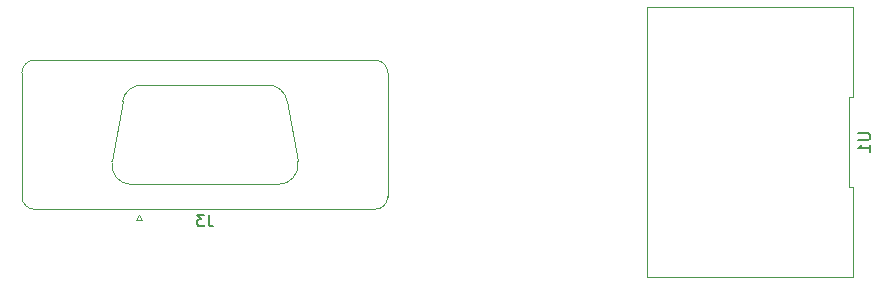
<source format=gbr>
G04 #@! TF.GenerationSoftware,KiCad,Pcbnew,(5.1.5-0)*
G04 #@! TF.CreationDate,2020-12-05T09:23:08-07:00*
G04 #@! TF.ProjectId,back_panel,6261636b-5f70-4616-9e65-6c2e6b696361,rev?*
G04 #@! TF.SameCoordinates,Original*
G04 #@! TF.FileFunction,Legend,Bot*
G04 #@! TF.FilePolarity,Positive*
%FSLAX46Y46*%
G04 Gerber Fmt 4.6, Leading zero omitted, Abs format (unit mm)*
G04 Created by KiCad (PCBNEW (5.1.5-0)) date 2020-12-05 09:23:08*
%MOMM*%
%LPD*%
G04 APERTURE LIST*
%ADD10C,0.120000*%
%ADD11C,0.150000*%
G04 APERTURE END LIST*
D10*
X116673530Y-112841744D02*
X117572798Y-107741744D01*
X132406470Y-112841744D02*
X131507202Y-107741744D01*
X119207579Y-106370000D02*
X129872421Y-106370000D01*
X118308311Y-114790000D02*
X130771689Y-114790000D01*
X119000000Y-117351325D02*
X118750000Y-117784338D01*
X119250000Y-117784338D02*
X119000000Y-117351325D01*
X118750000Y-117784338D02*
X119250000Y-117784338D01*
X109055000Y-105330000D02*
X109055000Y-115830000D01*
X138965000Y-104270000D02*
X110115000Y-104270000D01*
X140025000Y-115830000D02*
X140025000Y-105330000D01*
X110115000Y-116890000D02*
X138965000Y-116890000D01*
X131507202Y-107741744D02*
G75*
G03X129872421Y-106370000I-1634781J-288256D01*
G01*
X117572798Y-107741744D02*
G75*
G02X119207579Y-106370000I1634781J-288256D01*
G01*
X132406470Y-112841744D02*
G75*
G02X130771689Y-114790000I-1634781J-288256D01*
G01*
X116673530Y-112841744D02*
G75*
G03X118308311Y-114790000I1634781J-288256D01*
G01*
X138965000Y-104270000D02*
G75*
G02X140025000Y-105330000I0J-1060000D01*
G01*
X110115000Y-104270000D02*
G75*
G03X109055000Y-105330000I0J-1060000D01*
G01*
X140025000Y-115830000D02*
G75*
G02X138965000Y-116890000I-1060000J0D01*
G01*
X110115000Y-116890000D02*
G75*
G02X109055000Y-115830000I0J1060000D01*
G01*
X179420000Y-114996666D02*
X179420000Y-122590000D01*
X179060000Y-114996666D02*
X179420000Y-114996666D01*
X179060000Y-107403334D02*
X179060000Y-114996666D01*
X179420000Y-107403334D02*
X179060000Y-107403334D01*
X179420000Y-99810000D02*
X179420000Y-107403334D01*
X161980000Y-99810000D02*
X179420000Y-99810000D01*
X161980000Y-122590000D02*
X161980000Y-99810000D01*
X179420000Y-122590000D02*
X161980000Y-122590000D01*
D11*
X124873333Y-117342380D02*
X124873333Y-118056666D01*
X124920952Y-118199523D01*
X125016190Y-118294761D01*
X125159047Y-118342380D01*
X125254285Y-118342380D01*
X124492380Y-117342380D02*
X123873333Y-117342380D01*
X124206666Y-117723333D01*
X124063809Y-117723333D01*
X123968571Y-117770952D01*
X123920952Y-117818571D01*
X123873333Y-117913809D01*
X123873333Y-118151904D01*
X123920952Y-118247142D01*
X123968571Y-118294761D01*
X124063809Y-118342380D01*
X124349523Y-118342380D01*
X124444761Y-118294761D01*
X124492380Y-118247142D01*
X179872380Y-110438095D02*
X180681904Y-110438095D01*
X180777142Y-110485714D01*
X180824761Y-110533333D01*
X180872380Y-110628571D01*
X180872380Y-110819047D01*
X180824761Y-110914285D01*
X180777142Y-110961904D01*
X180681904Y-111009523D01*
X179872380Y-111009523D01*
X180872380Y-112009523D02*
X180872380Y-111438095D01*
X180872380Y-111723809D02*
X179872380Y-111723809D01*
X180015238Y-111628571D01*
X180110476Y-111533333D01*
X180158095Y-111438095D01*
M02*

</source>
